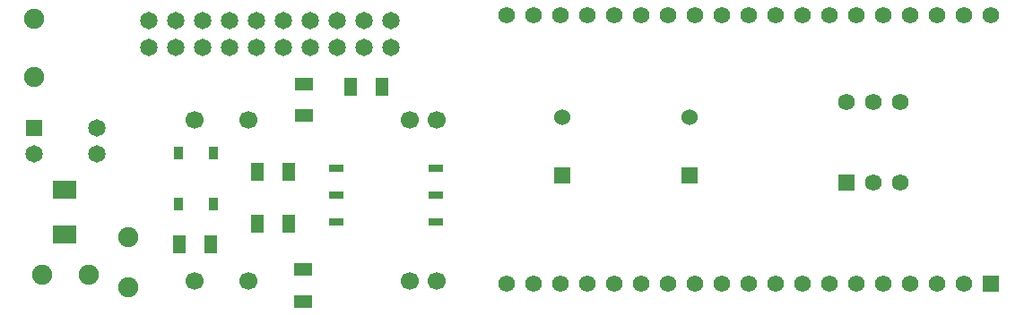
<source format=gbr>
%TF.GenerationSoftware,KiCad,Pcbnew,9.0.0*%
%TF.CreationDate,2025-11-28T03:58:55-07:00*%
%TF.ProjectId,ESP-Board,4553502d-426f-4617-9264-2e6b69636164,rev?*%
%TF.SameCoordinates,Original*%
%TF.FileFunction,Soldermask,Bot*%
%TF.FilePolarity,Negative*%
%FSLAX46Y46*%
G04 Gerber Fmt 4.6, Leading zero omitted, Abs format (unit mm)*
G04 Created by KiCad (PCBNEW 9.0.0) date 2025-11-28 03:58:55*
%MOMM*%
%LPD*%
G01*
G04 APERTURE LIST*
%ADD10R,1.580000X1.580000*%
%ADD11C,1.580000*%
%ADD12R,1.524000X1.524000*%
%ADD13C,1.524000*%
%ADD14C,1.900000*%
%ADD15R,1.650000X1.650000*%
%ADD16C,1.650000*%
%ADD17C,1.700000*%
%ADD18C,1.651000*%
%ADD19R,0.939800X1.244600*%
%ADD20R,1.371600X0.660400*%
%ADD21R,1.770000X1.170000*%
%ADD22R,1.170000X1.770000*%
%ADD23R,1.230000X1.770000*%
%ADD24R,1.560000X1.560000*%
%ADD25C,1.560000*%
%ADD26R,2.209800X1.651000*%
%ADD27R,1.200000X1.820000*%
G04 APERTURE END LIST*
D10*
%TO.C,S1*%
X174945000Y-92057500D03*
D11*
X174945000Y-84437500D03*
X177485000Y-92057500D03*
X177485000Y-84437500D03*
X180025000Y-92057500D03*
X180025000Y-84437500D03*
%TD*%
D12*
%TO.C,C1*%
X148074919Y-91353665D03*
D13*
X148074919Y-85841865D03*
%TD*%
D12*
%TO.C,C2*%
X160074919Y-91353665D03*
D13*
X160074919Y-85841865D03*
%TD*%
D14*
%TO.C,S2*%
X103350000Y-100771400D03*
X98950000Y-100771400D03*
D15*
X98200000Y-86871400D03*
D16*
X98200000Y-89371400D03*
X104100000Y-86871400D03*
X104100000Y-89371400D03*
%TD*%
D14*
%TO.C,RF1*%
X98250000Y-76530000D03*
X98250000Y-82041800D03*
%TD*%
D17*
%TO.C,PS1*%
X136195000Y-86095000D03*
X133655000Y-86095000D03*
X118415000Y-86095000D03*
X113335000Y-86095000D03*
X113335000Y-101335000D03*
X118415000Y-101335000D03*
X133655000Y-101335000D03*
X136195000Y-101335000D03*
%TD*%
D14*
%TO.C,RF2*%
X107111066Y-97191250D03*
X107136066Y-101941250D03*
%TD*%
D18*
%TO.C,J7*%
X109040000Y-79262500D03*
X111580000Y-79262500D03*
X114120000Y-79262500D03*
X116660000Y-79262500D03*
X119200000Y-79262500D03*
X121740000Y-79262500D03*
X124280000Y-79262500D03*
X126820000Y-79262500D03*
X129360000Y-79262500D03*
X131900000Y-79262500D03*
X109040000Y-76722500D03*
X111580000Y-76722500D03*
X114120000Y-76722500D03*
X116660000Y-76722500D03*
X119200000Y-76722500D03*
X121740000Y-76722500D03*
X124280000Y-76722500D03*
X126820000Y-76722500D03*
X129360000Y-76722500D03*
X131900000Y-76722500D03*
%TD*%
D19*
%TO.C,LED1*%
X111835000Y-89216600D03*
X115134998Y-89216600D03*
X115134998Y-94093400D03*
X111835000Y-94093400D03*
%TD*%
D20*
%TO.C,U6*%
X126761400Y-95775000D03*
X126761400Y-93235000D03*
X126761400Y-90695000D03*
X136108600Y-90695000D03*
X136108600Y-93235000D03*
X136108600Y-95775000D03*
%TD*%
D21*
%TO.C,R15*%
X123575000Y-100291000D03*
X123575000Y-103279000D03*
%TD*%
D22*
%TO.C,R16*%
X122289000Y-91035000D03*
X119301000Y-91035000D03*
%TD*%
D23*
%TO.C,R7*%
X111959000Y-97895000D03*
X114891000Y-97895000D03*
%TD*%
D24*
%TO.C,U1*%
X188595000Y-101635000D03*
D25*
X186055000Y-101635000D03*
X183515000Y-101635000D03*
X180975000Y-101635000D03*
X178435000Y-101635000D03*
X175895000Y-101635000D03*
X173355000Y-101635000D03*
X170815000Y-101635000D03*
X168275000Y-101635000D03*
X165735000Y-101635000D03*
X163195000Y-101635000D03*
X160655000Y-101635000D03*
X158115000Y-101635000D03*
X155575000Y-101635000D03*
X153035000Y-101635000D03*
X150495000Y-101635000D03*
X147955000Y-101635000D03*
X145415000Y-101635000D03*
X142875000Y-101635000D03*
X188595000Y-76235000D03*
X186055000Y-76235000D03*
X183515000Y-76235000D03*
X180975000Y-76235000D03*
X178435000Y-76235000D03*
X175895000Y-76235000D03*
X173355000Y-76235000D03*
X170815000Y-76235000D03*
X168275000Y-76235000D03*
X165735000Y-76235000D03*
X163195000Y-76235000D03*
X160655000Y-76235000D03*
X158115000Y-76235000D03*
X155575000Y-76235000D03*
X153035000Y-76235000D03*
X150495000Y-76235000D03*
X147955000Y-76235000D03*
X145415000Y-76235000D03*
X142875000Y-76235000D03*
%TD*%
D26*
%TO.C,D1*%
X101100000Y-92721400D03*
X101100000Y-96963200D03*
%TD*%
D27*
%TO.C,C3*%
X128115000Y-82955000D03*
X131035000Y-82955000D03*
%TD*%
D22*
%TO.C,R14*%
X122289000Y-95915000D03*
X119301000Y-95915000D03*
%TD*%
D21*
%TO.C,R13*%
X123685000Y-85719000D03*
X123685000Y-82731000D03*
%TD*%
M02*

</source>
